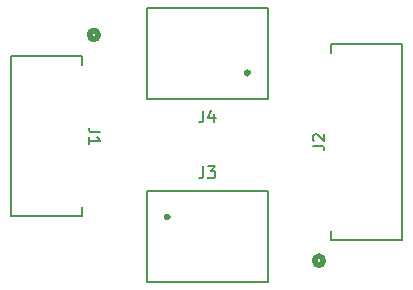
<source format=gbr>
%TF.GenerationSoftware,KiCad,Pcbnew,8.0.8+dfsg-1*%
%TF.CreationDate,2025-08-04T21:21:25+02:00*%
%TF.ProjectId,PicoSpoxAdapter_v2,5069636f-5370-46f7-9841-646170746572,rev?*%
%TF.SameCoordinates,Original*%
%TF.FileFunction,Legend,Top*%
%TF.FilePolarity,Positive*%
%FSLAX46Y46*%
G04 Gerber Fmt 4.6, Leading zero omitted, Abs format (unit mm)*
G04 Created by KiCad (PCBNEW 8.0.8+dfsg-1) date 2025-08-04 21:21:25*
%MOMM*%
%LPD*%
G01*
G04 APERTURE LIST*
%ADD10C,0.150000*%
%ADD11C,0.200000*%
%ADD12C,0.400000*%
%ADD13C,0.152400*%
%ADD14C,0.508000*%
G04 APERTURE END LIST*
D10*
X192666666Y-104819819D02*
X192666666Y-105534104D01*
X192666666Y-105534104D02*
X192619047Y-105676961D01*
X192619047Y-105676961D02*
X192523809Y-105772200D01*
X192523809Y-105772200D02*
X192380952Y-105819819D01*
X192380952Y-105819819D02*
X192285714Y-105819819D01*
X193047619Y-104819819D02*
X193666666Y-104819819D01*
X193666666Y-104819819D02*
X193333333Y-105200771D01*
X193333333Y-105200771D02*
X193476190Y-105200771D01*
X193476190Y-105200771D02*
X193571428Y-105248390D01*
X193571428Y-105248390D02*
X193619047Y-105296009D01*
X193619047Y-105296009D02*
X193666666Y-105391247D01*
X193666666Y-105391247D02*
X193666666Y-105629342D01*
X193666666Y-105629342D02*
X193619047Y-105724580D01*
X193619047Y-105724580D02*
X193571428Y-105772200D01*
X193571428Y-105772200D02*
X193476190Y-105819819D01*
X193476190Y-105819819D02*
X193190476Y-105819819D01*
X193190476Y-105819819D02*
X193095238Y-105772200D01*
X193095238Y-105772200D02*
X193047619Y-105724580D01*
X192666666Y-100089819D02*
X192666666Y-100804104D01*
X192666666Y-100804104D02*
X192619047Y-100946961D01*
X192619047Y-100946961D02*
X192523809Y-101042200D01*
X192523809Y-101042200D02*
X192380952Y-101089819D01*
X192380952Y-101089819D02*
X192285714Y-101089819D01*
X193571428Y-100423152D02*
X193571428Y-101089819D01*
X193333333Y-100042200D02*
X193095238Y-100756485D01*
X193095238Y-100756485D02*
X193714285Y-100756485D01*
X201909620Y-103083333D02*
X202623905Y-103083333D01*
X202623905Y-103083333D02*
X202766762Y-103130952D01*
X202766762Y-103130952D02*
X202862001Y-103226190D01*
X202862001Y-103226190D02*
X202909620Y-103369047D01*
X202909620Y-103369047D02*
X202909620Y-103464285D01*
X202004858Y-102654761D02*
X201957239Y-102607142D01*
X201957239Y-102607142D02*
X201909620Y-102511904D01*
X201909620Y-102511904D02*
X201909620Y-102273809D01*
X201909620Y-102273809D02*
X201957239Y-102178571D01*
X201957239Y-102178571D02*
X202004858Y-102130952D01*
X202004858Y-102130952D02*
X202100096Y-102083333D01*
X202100096Y-102083333D02*
X202195334Y-102083333D01*
X202195334Y-102083333D02*
X202338191Y-102130952D01*
X202338191Y-102130952D02*
X202909620Y-102702380D01*
X202909620Y-102702380D02*
X202909620Y-102083333D01*
X183945180Y-101916665D02*
X183230895Y-101916665D01*
X183230895Y-101916665D02*
X183088038Y-101869046D01*
X183088038Y-101869046D02*
X182992800Y-101773808D01*
X182992800Y-101773808D02*
X182945180Y-101630951D01*
X182945180Y-101630951D02*
X182945180Y-101535713D01*
X182945180Y-102916665D02*
X182945180Y-102345237D01*
X182945180Y-102630951D02*
X183945180Y-102630951D01*
X183945180Y-102630951D02*
X183802323Y-102535713D01*
X183802323Y-102535713D02*
X183707085Y-102440475D01*
X183707085Y-102440475D02*
X183659466Y-102345237D01*
D11*
%TO.C,J3*%
X187900000Y-106900000D02*
X198100000Y-106900000D01*
X187900000Y-114600000D02*
X187900000Y-106900000D01*
X198100000Y-106900000D02*
X198100000Y-114600000D01*
X198100000Y-114600000D02*
X187900000Y-114600000D01*
D12*
X189700000Y-109100000D02*
G75*
G02*
X189500000Y-109100000I-100000J0D01*
G01*
X189500000Y-109100000D02*
G75*
G02*
X189700000Y-109100000I100000J0D01*
G01*
D11*
%TO.C,J4*%
X187900000Y-91400000D02*
X198100000Y-91400000D01*
X187900000Y-99100000D02*
X187900000Y-91400000D01*
X198100000Y-91400000D02*
X198100000Y-99100000D01*
X198100000Y-99100000D02*
X187900000Y-99100000D01*
D12*
X196500000Y-96900000D02*
G75*
G02*
X196300000Y-96900000I-100000J0D01*
G01*
X196300000Y-96900000D02*
G75*
G02*
X196500000Y-96900000I100000J0D01*
G01*
D13*
%TO.C,J2*%
X203502801Y-94469600D02*
X203502801Y-95248161D01*
X203502801Y-110251839D02*
X203502801Y-111030400D01*
X203502801Y-111030400D02*
X209497200Y-111030400D01*
X209497200Y-94469600D02*
X203502801Y-94469600D01*
X209497200Y-111030400D02*
X209497200Y-94469600D01*
D14*
X202835801Y-112808400D02*
G75*
G02*
X202073801Y-112808400I-381000J0D01*
G01*
X202073801Y-112808400D02*
G75*
G02*
X202835801Y-112808400I381000J0D01*
G01*
D13*
%TO.C,J1*%
X176357601Y-95468199D02*
X176357601Y-109031799D01*
X176357601Y-109031799D02*
X182352000Y-109031799D01*
X182352000Y-95468199D02*
X176357601Y-95468199D01*
X182352000Y-96248159D02*
X182352000Y-95468199D01*
X182352000Y-109031799D02*
X182352000Y-108251839D01*
D14*
X183781000Y-93690199D02*
G75*
G02*
X183019000Y-93690199I-381000J0D01*
G01*
X183019000Y-93690199D02*
G75*
G02*
X183781000Y-93690199I381000J0D01*
G01*
%TD*%
M02*

</source>
